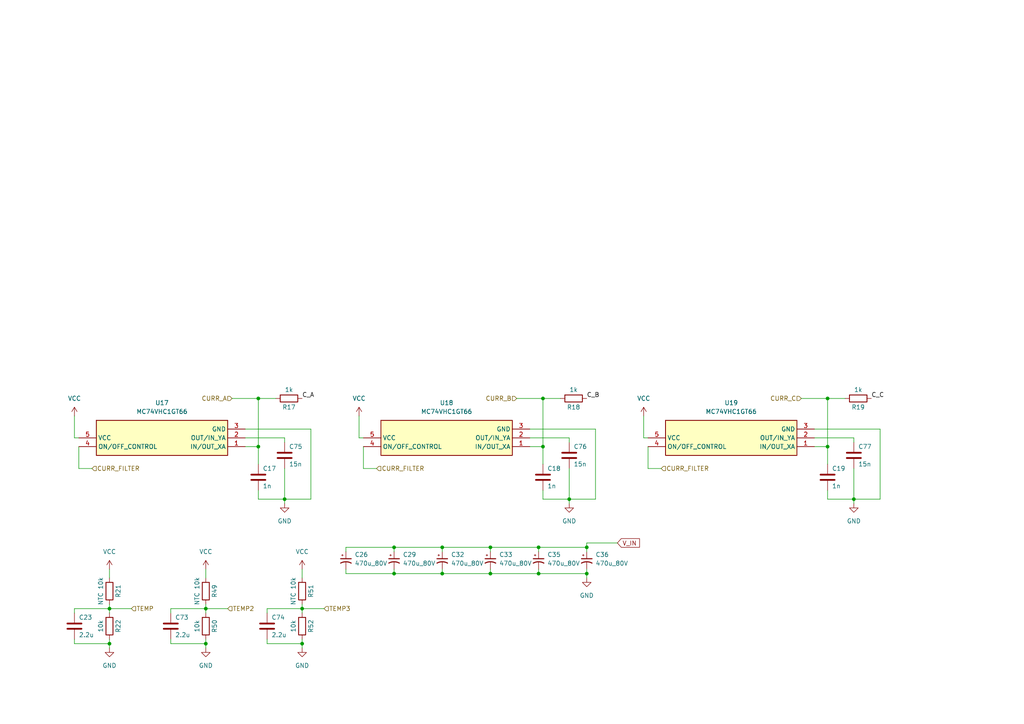
<source format=kicad_sch>
(kicad_sch (version 20230121) (generator eeschema)
  (paper "A4")
  (lib_symbols
    (symbol "Device:C" (pin_numbers hide) (pin_names (offset 0.254))
      (property "Reference" "C" (at 0.635 2.54 0))
      (property "Value" "C" (at 0.635 -2.54 0))
      (symbol "C_0_1"
        (polyline (pts (xy -2.032 -0.762) (xy 2.032 -0.762)) (stroke (width 0.508)))
        (polyline (pts (xy -2.032 0.762) (xy 2.032 0.762)) (stroke (width 0.508)))
      )
      (symbol "C_1_1"
        (pin passive line (at 0 3.81 270) (length 2.794) (name "~") (number "1"))
        (pin passive line (at 0 -3.81 90) (length 2.794) (name "~") (number "2"))
      )
    )
    (symbol "Device:C_Polarized_Small_US" (pin_numbers hide) (pin_names (offset 0.254) hide)
      (property "Reference" "C" (at 0.254 1.778 0))
      (property "Value" "C_Polarized_Small_US" (at 0.254 -2.032 0))
      (symbol "C_Polarized_Small_US_0_1"
        (polyline (pts (xy -1.524 0.508) (xy 1.524 0.508)) (stroke (width 0.3048)))
        (polyline (pts (xy -1.27 1.524) (xy -0.762 1.524)))
        (polyline (pts (xy -1.016 1.27) (xy -1.016 1.778)))
        (arc (start 1.524 -0.762) (mid 0 -0.3734) (end -1.524 -0.762) (stroke (width 0.3048)))
      )
      (symbol "C_Polarized_Small_US_1_1"
        (pin passive line (at 0 2.54 270) (length 2.032) (name "~") (number "1"))
        (pin passive line (at 0 -2.54 90) (length 2.032) (name "~") (number "2"))
      )
    )
    (symbol "Device:R" (pin_numbers hide) (pin_names (offset 0))
      (property "Reference" "R" (at 2.032 0 90))
      (property "Value" "R" (at 0 0 90))
      (symbol "R_0_1"
        (rectangle (start -1.016 -2.54) (end 1.016 2.54) (stroke (width 0.254)))
      )
      (symbol "R_1_1"
        (pin passive line (at 0 3.81 270) (length 1.27) (name "~") (number "1"))
        (pin passive line (at 0 -3.81 90) (length 1.27) (name "~") (number "2"))
      )
    )
    (symbol "MC74VHC1GT66:MC74VHC1GT66"
      (property "Reference" "IC" (at 44.45 7.62 0))
      (property "Value" "MC74VHC1GT66" (at 44.45 5.08 0))
      (symbol "MC74VHC1GT66_1_1"
        (rectangle (start 5.08 2.54) (end 43.18 -7.62) (stroke (width 0.254)) (fill (type background)))
        (pin passive line (at 0 0 0) (length 5.08) (name "IN/OUT_XA") (number "1"))
        (pin passive line (at 0 -2.54 0) (length 5.08) (name "OUT/IN_YA") (number "2"))
        (pin passive line (at 0 -5.08 0) (length 5.08) (name "GND") (number "3"))
        (pin passive line (at 48.26 0 180) (length 5.08) (name "ON/OFF_CONTROL") (number "4"))
        (pin passive line (at 48.26 -2.54 180) (length 5.08) (name "VCC") (number "5"))
      )
    )
    (symbol "power:GND" (power) (pin_names (offset 0))
      (property "Value" "GND" (at 0 -3.81 0))
      (symbol "GND_0_1"
        (polyline (pts (xy 0 0) (xy 0 -1.27) (xy 1.27 -1.27) (xy 0 -2.54) (xy -1.27 -1.27) (xy 0 -1.27)))
      )
      (symbol "GND_1_1"
        (pin power_in line (at 0 0 270) (length 0) hide (name "GND") (number "1"))
      )
    )
    (symbol "power:VCC" (power) (pin_names (offset 0))
      (property "Value" "VCC" (at 0 3.81 0))
      (symbol "VCC_0_1"
        (polyline (pts (xy -0.762 1.27) (xy 0 2.54)))
        (polyline (pts (xy 0 0) (xy 0 2.54)))
        (polyline (pts (xy 0 2.54) (xy 0.762 1.27)))
      )
      (symbol "VCC_1_1"
        (pin power_in line (at 0 0 90) (length 0) hide (name "VCC") (number "1"))
      )
    )
  )
  (junction (at 31.75 176.53))
  (junction (at 157.48 115.57))
  (junction (at 87.63 176.53))
  (junction (at 114.3 158.75))
  (junction (at 74.93 115.57))
  (junction (at 31.75 186.69))
  (junction (at 156.21 158.75))
  (junction (at 114.3 166.37))
  (junction (at 157.48 129.54))
  (junction (at 128.27 158.75))
  (junction (at 74.93 129.54))
  (junction (at 142.24 166.37))
  (junction (at 170.18 158.75))
  (junction (at 240.03 129.54))
  (junction (at 156.21 166.37))
  (junction (at 165.1 144.78))
  (junction (at 87.63 186.69))
  (junction (at 142.24 158.75))
  (junction (at 59.69 186.69))
  (junction (at 247.65 144.78))
  (junction (at 240.03 115.57))
  (junction (at 128.27 166.37))
  (junction (at 59.69 176.53))
  (junction (at 170.18 166.37))
  (junction (at 82.55 144.78))
  (wire (pts (xy 153.67 124.46) (xy 172.72 124.46)))
  (wire (pts (xy 87.63 186.69) (xy 87.63 187.96)))
  (wire (pts (xy 149.86 115.57) (xy 157.48 115.57)))
  (wire (pts (xy 236.22 129.54) (xy 240.03 129.54)))
  (wire (pts (xy 87.63 165.1) (xy 87.63 167.64)))
  (wire (pts (xy 128.27 166.37) (xy 142.24 166.37)))
  (wire (pts (xy 255.27 124.46) (xy 255.27 144.78)))
  (wire (pts (xy 157.48 115.57) (xy 157.48 129.54)))
  (wire (pts (xy 31.75 175.26) (xy 31.75 176.53)))
  (wire (pts (xy 82.55 127) (xy 82.55 128.27)))
  (wire (pts (xy 247.65 127) (xy 247.65 128.27)))
  (wire (pts (xy 104.14 127) (xy 105.41 127)))
  (wire (pts (xy 157.48 144.78) (xy 165.1 144.78)))
  (wire (pts (xy 165.1 127) (xy 165.1 128.27)))
  (wire (pts (xy 90.17 124.46) (xy 90.17 144.78)))
  (wire (pts (xy 67.31 115.57) (xy 74.93 115.57)))
  (wire (pts (xy 100.33 160.02) (xy 100.33 158.75)))
  (wire (pts (xy 156.21 158.75) (xy 170.18 158.75)))
  (wire (pts (xy 128.27 165.1) (xy 128.27 166.37)))
  (wire (pts (xy 21.59 185.42) (xy 21.59 186.69)))
  (wire (pts (xy 59.69 176.53) (xy 59.69 177.8)))
  (wire (pts (xy 114.3 166.37) (xy 114.3 165.1)))
  (wire (pts (xy 142.24 158.75) (xy 156.21 158.75)))
  (wire (pts (xy 22.86 129.54) (xy 22.86 135.89)))
  (wire (pts (xy 236.22 127) (xy 247.65 127)))
  (wire (pts (xy 100.33 158.75) (xy 114.3 158.75)))
  (wire (pts (xy 247.65 144.78) (xy 247.65 146.05)))
  (wire (pts (xy 170.18 166.37) (xy 170.18 167.64)))
  (wire (pts (xy 165.1 144.78) (xy 172.72 144.78)))
  (wire (pts (xy 186.69 127) (xy 187.96 127)))
  (wire (pts (xy 82.55 144.78) (xy 90.17 144.78)))
  (wire (pts (xy 100.33 166.37) (xy 114.3 166.37)))
  (wire (pts (xy 156.21 166.37) (xy 156.21 165.1)))
  (wire (pts (xy 240.03 144.78) (xy 247.65 144.78)))
  (wire (pts (xy 74.93 115.57) (xy 74.93 129.54)))
  (wire (pts (xy 187.96 135.89) (xy 191.77 135.89)))
  (wire (pts (xy 49.53 185.42) (xy 49.53 186.69)))
  (wire (pts (xy 77.47 176.53) (xy 87.63 176.53)))
  (wire (pts (xy 87.63 176.53) (xy 93.98 176.53)))
  (wire (pts (xy 142.24 165.1) (xy 142.24 166.37)))
  (wire (pts (xy 157.48 115.57) (xy 162.56 115.57)))
  (wire (pts (xy 170.18 165.1) (xy 170.18 166.37)))
  (wire (pts (xy 187.96 129.54) (xy 187.96 135.89)))
  (wire (pts (xy 157.48 129.54) (xy 157.48 134.62)))
  (wire (pts (xy 100.33 165.1) (xy 100.33 166.37)))
  (wire (pts (xy 59.69 185.42) (xy 59.69 186.69)))
  (wire (pts (xy 21.59 127) (xy 21.59 120.65)))
  (wire (pts (xy 59.69 176.53) (xy 66.04 176.53)))
  (wire (pts (xy 87.63 175.26) (xy 87.63 176.53)))
  (wire (pts (xy 77.47 177.8) (xy 77.47 176.53)))
  (wire (pts (xy 142.24 166.37) (xy 156.21 166.37)))
  (wire (pts (xy 153.67 127) (xy 165.1 127)))
  (wire (pts (xy 74.93 144.78) (xy 82.55 144.78)))
  (wire (pts (xy 49.53 186.69) (xy 59.69 186.69)))
  (wire (pts (xy 142.24 160.02) (xy 142.24 158.75)))
  (wire (pts (xy 71.12 127) (xy 82.55 127)))
  (wire (pts (xy 128.27 158.75) (xy 142.24 158.75)))
  (wire (pts (xy 74.93 129.54) (xy 74.93 134.62)))
  (wire (pts (xy 240.03 142.24) (xy 240.03 144.78)))
  (wire (pts (xy 247.65 135.89) (xy 247.65 144.78)))
  (wire (pts (xy 128.27 158.75) (xy 128.27 160.02)))
  (wire (pts (xy 49.53 177.8) (xy 49.53 176.53)))
  (wire (pts (xy 170.18 157.48) (xy 170.18 158.75)))
  (wire (pts (xy 21.59 127) (xy 22.86 127)))
  (wire (pts (xy 21.59 177.8) (xy 21.59 176.53)))
  (wire (pts (xy 59.69 186.69) (xy 59.69 187.96)))
  (wire (pts (xy 240.03 115.57) (xy 240.03 129.54)))
  (wire (pts (xy 59.69 165.1) (xy 59.69 167.64)))
  (wire (pts (xy 105.41 135.89) (xy 109.22 135.89)))
  (wire (pts (xy 165.1 135.89) (xy 165.1 144.78)))
  (wire (pts (xy 77.47 186.69) (xy 87.63 186.69)))
  (wire (pts (xy 104.14 127) (xy 104.14 120.65)))
  (wire (pts (xy 74.93 115.57) (xy 80.01 115.57)))
  (wire (pts (xy 156.21 158.75) (xy 156.21 160.02)))
  (wire (pts (xy 165.1 144.78) (xy 165.1 146.05)))
  (wire (pts (xy 82.55 135.89) (xy 82.55 144.78)))
  (wire (pts (xy 31.75 185.42) (xy 31.75 186.69)))
  (wire (pts (xy 105.41 129.54) (xy 105.41 135.89)))
  (wire (pts (xy 240.03 129.54) (xy 240.03 134.62)))
  (wire (pts (xy 77.47 185.42) (xy 77.47 186.69)))
  (wire (pts (xy 31.75 165.1) (xy 31.75 167.64)))
  (wire (pts (xy 87.63 185.42) (xy 87.63 186.69)))
  (wire (pts (xy 128.27 166.37) (xy 114.3 166.37)))
  (wire (pts (xy 236.22 124.46) (xy 255.27 124.46)))
  (wire (pts (xy 157.48 142.24) (xy 157.48 144.78)))
  (wire (pts (xy 240.03 115.57) (xy 245.11 115.57)))
  (wire (pts (xy 87.63 176.53) (xy 87.63 177.8)))
  (wire (pts (xy 49.53 176.53) (xy 59.69 176.53)))
  (wire (pts (xy 59.69 175.26) (xy 59.69 176.53)))
  (wire (pts (xy 71.12 124.46) (xy 90.17 124.46)))
  (wire (pts (xy 82.55 144.78) (xy 82.55 146.05)))
  (wire (pts (xy 31.75 176.53) (xy 38.1 176.53)))
  (wire (pts (xy 71.12 129.54) (xy 74.93 129.54)))
  (wire (pts (xy 170.18 166.37) (xy 156.21 166.37)))
  (wire (pts (xy 172.72 124.46) (xy 172.72 144.78)))
  (wire (pts (xy 21.59 186.69) (xy 31.75 186.69)))
  (wire (pts (xy 186.69 127) (xy 186.69 120.65)))
  (wire (pts (xy 21.59 176.53) (xy 31.75 176.53)))
  (wire (pts (xy 179.07 157.48) (xy 170.18 157.48)))
  (wire (pts (xy 22.86 135.89) (xy 26.67 135.89)))
  (wire (pts (xy 153.67 129.54) (xy 157.48 129.54)))
  (wire (pts (xy 232.41 115.57) (xy 240.03 115.57)))
  (wire (pts (xy 74.93 142.24) (xy 74.93 144.78)))
  (wire (pts (xy 31.75 176.53) (xy 31.75 177.8)))
  (wire (pts (xy 114.3 158.75) (xy 114.3 160.02)))
  (wire (pts (xy 31.75 186.69) (xy 31.75 187.96)))
  (wire (pts (xy 114.3 158.75) (xy 128.27 158.75)))
  (wire (pts (xy 170.18 158.75) (xy 170.18 160.02)))
  (wire (pts (xy 247.65 144.78) (xy 255.27 144.78)))
  (label "C_B" (at 170.18 115.57 0))
  (label "C_A" (at 87.63 115.57 0))
  (label "C_C" (at 252.73 115.57 0))
  (global_label "V_IN" (shape input) (at 179.07 157.48 0) (property "Intersheetrefs" "${INTERSHEET_REFS}" (effects hide)))
  (hierarchical_label "TEMP3" (shape input) (at 93.98 176.53 0))
  (hierarchical_label "CURR_A" (shape input) (at 67.31 115.57 180))
  (hierarchical_label "CURR_FILTER" (shape input) (at 191.77 135.89 0))
  (hierarchical_label "CURR_FILTER" (shape input) (at 26.67 135.89 0))
  (hierarchical_label "TEMP2" (shape input) (at 66.04 176.53 0))
  (hierarchical_label "CURR_B" (shape input) (at 149.86 115.57 180))
  (hierarchical_label "TEMP" (shape input) (at 38.1 176.53 0))
  (hierarchical_label "CURR_FILTER" (shape input) (at 109.22 135.89 0))
  (hierarchical_label "CURR_C" (shape input) (at 232.41 115.57 180))
  (symbol (lib_id "Device:R") (at 59.69 171.45 180) (unit 1)
    (property "Reference" "R49" (at 62.23 171.45 90))
    (property "Value" "NTC 10k" (at 57.15 171.45 90))
    (property "Footprint" "Resistor_SMD:R_0805_2012Metric" (effects hide))
  )
  (symbol (lib_id "Device:C_Polarized_Small_US") (at 114.3 162.56 0) (unit 1)
    (property "Reference" "C29" (at 116.84 160.8582 0) (effects (justify left)))
    (property "Value" "470u_80V" (at 116.84 163.3982 0) (effects (justify left)))
    (property "Footprint" "Capacitor_THT:C_Radial_D16.0mm_H31.5mm_P7.50mm" (effects hide))
  )
  (symbol (lib_id "Device:C") (at 247.65 132.08 180) (unit 1)
    (property "Reference" "C77" (at 248.92 129.54 0) (effects (justify right)))
    (property "Value" "15n" (at 248.92 134.62 0) (effects (justify right)))
    (property "Footprint" "Capacitor_SMD:C_0805_2012Metric" (effects hide))
  )
  (symbol (lib_id "Device:R") (at 166.37 115.57 90) (unit 1)
    (property "Reference" "R18" (at 166.37 118.11 90))
    (property "Value" "1k" (at 166.37 113.03 90))
    (property "Footprint" "Resistor_SMD:R_0805_2012Metric" (effects hide))
  )
  (symbol (lib_id "Device:C") (at 49.53 181.61 0) (unit 1)
    (property "Reference" "C73" (at 50.8 179.07 0) (effects (justify left)))
    (property "Value" "2.2u" (at 50.8 184.15 0) (effects (justify left)))
    (property "Footprint" "Capacitor_SMD:C_0805_2012Metric" (effects hide))
  )
  (symbol (lib_id "Device:R") (at 59.69 181.61 180) (unit 1)
    (property "Reference" "R50" (at 62.23 181.61 90))
    (property "Value" "10k" (at 57.15 181.61 90))
    (property "Footprint" "Resistor_SMD:R_0805_2012Metric" (effects hide))
  )
  (symbol (lib_id "power:GND") (at 31.75 187.96 0) (unit 1)
    (property "Reference" "#PWR08" (effects hide))
    (property "Value" "GND" (at 31.75 193.04 0))
  )
  (symbol (lib_id "power:VCC") (at 87.63 165.1 0) (unit 1)
    (property "Reference" "#PWR011" (effects hide))
    (property "Value" "VCC" (at 87.63 160.02 0))
  )
  (symbol (lib_id "power:GND") (at 247.65 146.05 0) (unit 1)
    (property "Reference" "#PWR06" (effects hide))
    (property "Value" "GND" (at 247.65 151.13 0))
  )
  (symbol (lib_id "Device:C") (at 77.47 181.61 0) (unit 1)
    (property "Reference" "C74" (at 78.74 179.07 0) (effects (justify left)))
    (property "Value" "2.2u" (at 78.74 184.15 0) (effects (justify left)))
    (property "Footprint" "Capacitor_SMD:C_0805_2012Metric" (effects hide))
  )
  (symbol (lib_id "Device:C_Polarized_Small_US") (at 142.24 162.56 0) (unit 1)
    (property "Reference" "C33" (at 144.78 160.8582 0) (effects (justify left)))
    (property "Value" "470u_80V" (at 144.78 163.3982 0) (effects (justify left)))
    (property "Footprint" "Capacitor_THT:C_Radial_D16.0mm_H31.5mm_P7.50mm" (effects hide))
  )
  (symbol (lib_id "power:GND") (at 165.1 146.05 0) (unit 1)
    (property "Reference" "#PWR04" (effects hide))
    (property "Value" "GND" (at 165.1 151.13 0))
  )
  (symbol (lib_id "Device:R") (at 87.63 171.45 180) (unit 1)
    (property "Reference" "R51" (at 90.17 171.45 90))
    (property "Value" "NTC 10k" (at 85.09 171.45 90))
    (property "Footprint" "Resistor_SMD:R_0805_2012Metric" (effects hide))
  )
  (symbol (lib_id "power:VCC") (at 186.69 120.65 0) (unit 1)
    (property "Reference" "#PWR05" (effects hide))
    (property "Value" "VCC" (at 186.69 115.57 0))
  )
  (symbol (lib_id "MC74VHC1GT66:MC74VHC1GT66") (at 236.22 129.54 180) (unit 1)
    (property "Reference" "U19" (at 212.09 116.84 0))
    (property "Value" "MC74VHC1GT66" (at 212.09 119.38 0))
    (property "Footprint" "SOT95P275X110-5N" (effects hide))
    (property "Datasheet" "https://pdf1.alldatasheet.com/datasheet-pdf/view/148919/ETL/MC74VHC1GT66.html" (effects hide))
    (property "Height" "1.1" (effects hide))
    (property "Manufacturer_Name" "onsemi" (effects hide))
    (property "Manufacturer_Part_Number" "MC74VHC1GT66" (effects hide))
    (property "Mouser Part Number" "N/A" (effects hide))
    (property "Mouser Price/Stock" "https://www.mouser.co.uk/ProductDetail/onsemi/MC74VHC1GT66?qs=YA77FY0Msbu77w80Y0DYXA%3D%3D" (effects hide))
  )
  (symbol (lib_id "Device:C") (at 240.03 138.43 0) (unit 1)
    (property "Reference" "C19" (at 241.3 135.89 0) (effects (justify left)))
    (property "Value" "1n" (at 241.3 140.97 0) (effects (justify left)))
    (property "Footprint" "Capacitor_SMD:C_0805_2012Metric" (effects hide))
  )
  (symbol (lib_id "Device:R") (at 83.82 115.57 90) (unit 1)
    (property "Reference" "R17" (at 83.82 118.11 90))
    (property "Value" "1k" (at 83.82 113.03 90))
    (property "Footprint" "Resistor_SMD:R_0805_2012Metric" (effects hide))
  )
  (symbol (lib_id "Device:C") (at 21.59 181.61 0) (unit 1)
    (property "Reference" "C23" (at 22.86 179.07 0) (effects (justify left)))
    (property "Value" "2.2u" (at 22.86 184.15 0) (effects (justify left)))
    (property "Footprint" "Capacitor_SMD:C_0805_2012Metric" (effects hide))
  )
  (symbol (lib_id "Device:R") (at 31.75 181.61 180) (unit 1)
    (property "Reference" "R22" (at 34.29 181.61 90))
    (property "Value" "10k" (at 29.21 181.61 90))
    (property "Footprint" "Resistor_SMD:R_0805_2012Metric" (effects hide))
  )
  (symbol (lib_id "Device:R") (at 248.92 115.57 90) (unit 1)
    (property "Reference" "R19" (at 248.92 118.11 90))
    (property "Value" "1k" (at 248.92 113.03 90))
    (property "Footprint" "Resistor_SMD:R_0805_2012Metric" (effects hide))
  )
  (symbol (lib_id "power:GND") (at 59.69 187.96 0) (unit 1)
    (property "Reference" "#PWR010" (effects hide))
    (property "Value" "GND" (at 59.69 193.04 0))
  )
  (symbol (lib_id "power:GND") (at 82.55 146.05 0) (unit 1)
    (property "Reference" "#PWR01" (effects hide))
    (property "Value" "GND" (at 82.55 151.13 0))
  )
  (symbol (lib_id "Device:C") (at 82.55 132.08 180) (unit 1)
    (property "Reference" "C75" (at 83.82 129.54 0) (effects (justify right)))
    (property "Value" "15n" (at 83.82 134.62 0) (effects (justify right)))
    (property "Footprint" "Capacitor_SMD:C_0805_2012Metric" (effects hide))
  )
  (symbol (lib_id "Device:R") (at 87.63 181.61 180) (unit 1)
    (property "Reference" "R52" (at 90.17 181.61 90))
    (property "Value" "10k" (at 85.09 181.61 90))
    (property "Footprint" "Resistor_SMD:R_0805_2012Metric" (effects hide))
  )
  (symbol (lib_id "MC74VHC1GT66:MC74VHC1GT66") (at 71.12 129.54 180) (unit 1)
    (property "Reference" "U17" (at 46.99 116.84 0))
    (property "Value" "MC74VHC1GT66" (at 46.99 119.38 0))
    (property "Footprint" "SOT95P275X110-5N" (effects hide))
    (property "Datasheet" "https://pdf1.alldatasheet.com/datasheet-pdf/view/148919/ETL/MC74VHC1GT66.html" (effects hide))
    (property "Height" "1.1" (effects hide))
    (property "Manufacturer_Name" "onsemi" (effects hide))
    (property "Manufacturer_Part_Number" "MC74VHC1GT66" (effects hide))
    (property "Mouser Part Number" "N/A" (effects hide))
    (property "Mouser Price/Stock" "https://www.mouser.co.uk/ProductDetail/onsemi/MC74VHC1GT66?qs=YA77FY0Msbu77w80Y0DYXA%3D%3D" (effects hide))
  )
  (symbol (lib_id "power:VCC") (at 104.14 120.65 0) (unit 1)
    (property "Reference" "#PWR03" (effects hide))
    (property "Value" "VCC" (at 104.14 115.57 0))
  )
  (symbol (lib_id "power:GND") (at 170.18 167.64 0) (unit 1)
    (property "Reference" "#PWR013" (effects hide))
    (property "Value" "GND" (at 170.18 172.72 0))
  )
  (symbol (lib_id "Device:C_Polarized_Small_US") (at 100.33 162.56 0) (unit 1)
    (property "Reference" "C26" (at 102.87 160.8582 0) (effects (justify left)))
    (property "Value" "470u_80V" (at 102.87 163.3982 0) (effects (justify left)))
    (property "Footprint" "Capacitor_THT:C_Radial_D16.0mm_H31.5mm_P7.50mm" (effects hide))
  )
  (symbol (lib_id "Device:C") (at 157.48 138.43 0) (unit 1)
    (property "Reference" "C18" (at 158.75 135.89 0) (effects (justify left)))
    (property "Value" "1n" (at 158.75 140.97 0) (effects (justify left)))
    (property "Footprint" "Capacitor_SMD:C_0805_2012Metric" (effects hide))
  )
  (symbol (lib_id "power:GND") (at 87.63 187.96 0) (unit 1)
    (property "Reference" "#PWR012" (effects hide))
    (property "Value" "GND" (at 87.63 193.04 0))
  )
  (symbol (lib_id "Device:C") (at 165.1 132.08 180) (unit 1)
    (property "Reference" "C76" (at 166.37 129.54 0) (effects (justify right)))
    (property "Value" "15n" (at 166.37 134.62 0) (effects (justify right)))
    (property "Footprint" "Capacitor_SMD:C_0805_2012Metric" (effects hide))
  )
  (symbol (lib_id "power:VCC") (at 59.69 165.1 0) (unit 1)
    (property "Reference" "#PWR09" (effects hide))
    (property "Value" "VCC" (at 59.69 160.02 0))
  )
  (symbol (lib_id "power:VCC") (at 21.59 120.65 0) (unit 1)
    (property "Reference" "#PWR02" (effects hide))
    (property "Value" "VCC" (at 21.59 115.57 0))
  )
  (symbol (lib_id "Device:C_Polarized_Small_US") (at 170.18 162.56 0) (unit 1)
    (property "Reference" "C36" (at 172.72 160.8582 0) (effects (justify left)))
    (property "Value" "470u_80V" (at 172.72 163.3982 0) (effects (justify left)))
    (property "Footprint" "Capacitor_THT:C_Radial_D16.0mm_H31.5mm_P7.50mm" (effects hide))
  )
  (symbol (lib_id "power:VCC") (at 31.75 165.1 0) (unit 1)
    (property "Reference" "#PWR07" (effects hide))
    (property "Value" "VCC" (at 31.75 160.02 0))
  )
  (symbol (lib_id "Device:C_Polarized_Small_US") (at 128.27 162.56 0) (unit 1)
    (property "Reference" "C32" (at 130.81 160.8582 0) (effects (justify left)))
    (property "Value" "470u_80V" (at 130.81 163.3982 0) (effects (justify left)))
    (property "Footprint" "Capacitor_THT:C_Radial_D16.0mm_H31.5mm_P7.50mm" (effects hide))
  )
  (symbol (lib_id "Device:C") (at 74.93 138.43 0) (unit 1)
    (property "Reference" "C17" (at 76.2 135.89 0) (effects (justify left)))
    (property "Value" "1n" (at 76.2 140.97 0) (effects (justify left)))
    (property "Footprint" "Capacitor_SMD:C_0805_2012Metric" (effects hide))
  )
  (symbol (lib_id "Device:C_Polarized_Small_US") (at 156.21 162.56 0) (unit 1)
    (property "Reference" "C35" (at 158.75 160.8582 0) (effects (justify left)))
    (property "Value" "470u_80V" (at 158.75 163.3982 0) (effects (justify left)))
    (property "Footprint" "Capacitor_THT:C_Radial_D16.0mm_H31.5mm_P7.50mm" (effects hide))
  )
  (symbol (lib_id "Device:R") (at 31.75 171.45 180) (unit 1)
    (property "Reference" "R21" (at 34.29 171.45 90))
    (property "Value" "NTC 10k" (at 29.21 171.45 90))
    (property "Footprint" "Resistor_SMD:R_0805_2012Metric" (effects hide))
  )
  (symbol (lib_id "MC74VHC1GT66:MC74VHC1GT66") (at 153.67 129.54 180) (unit 1)
    (property "Reference" "U18" (at 129.54 116.84 0))
    (property "Value" "MC74VHC1GT66" (at 129.54 119.38 0))
    (property "Footprint" "SOT95P275X110-5N" (effects hide))
    (property "Datasheet" "https://pdf1.alldatasheet.com/datasheet-pdf/view/148919/ETL/MC74VHC1GT66.html" (effects hide))
    (property "Height" "1.1" (effects hide))
    (property "Manufacturer_Name" "onsemi" (effects hide))
    (property "Manufacturer_Part_Number" "MC74VHC1GT66" (effects hide))
    (property "Mouser Part Number" "N/A" (effects hide))
    (property "Mouser Price/Stock" "https://www.mouser.co.uk/ProductDetail/onsemi/MC74VHC1GT66?qs=YA77FY0Msbu77w80Y0DYXA%3D%3D" (effects hide))
  )
)
</source>
